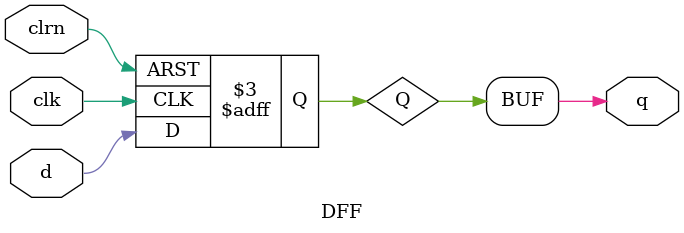
<source format=sv>
/*
	DFF примитив (триггер D-типа, сдвигающий)
	+----------------------+
	| CLRN | CLK  | D | Q  |
	+----------------------+	
	|  L   |  X   | X | L  |
	|  H   |  _/^ | L | L  |
	|  H   |  _/^ | H | H  |
	|  H   |  L   | X | Qo |
	|  H   |  H   | X | Qo |
	+----------------------+
	
	DFF #(?) ?NAME?(.clrn(), .clk(), .d(), .q())
*/

`timescale 1ns / 10ps

module DFF
#(	parameter W = 1 )
(
	input bit		clrn,		// Асинхронный сброс 
	input bit		clk,
	input bit		[W-1 : 0]d,
	output bit		[W-1 : 0]q
);

bit [W-1 : 0]Q;

genvar i;
generate 
	for (i = 0; i < W; i = i + 1) 
	begin : generate_DFF
	
	always_ff @(posedge clk or negedge clrn)
		begin
		if(!clrn)
			Q[i] <= 1'b0;
		else
			Q[i] <= d[i];
		end
		
    end
endgenerate

assign #1 q = Q;

endmodule:DFF

</source>
